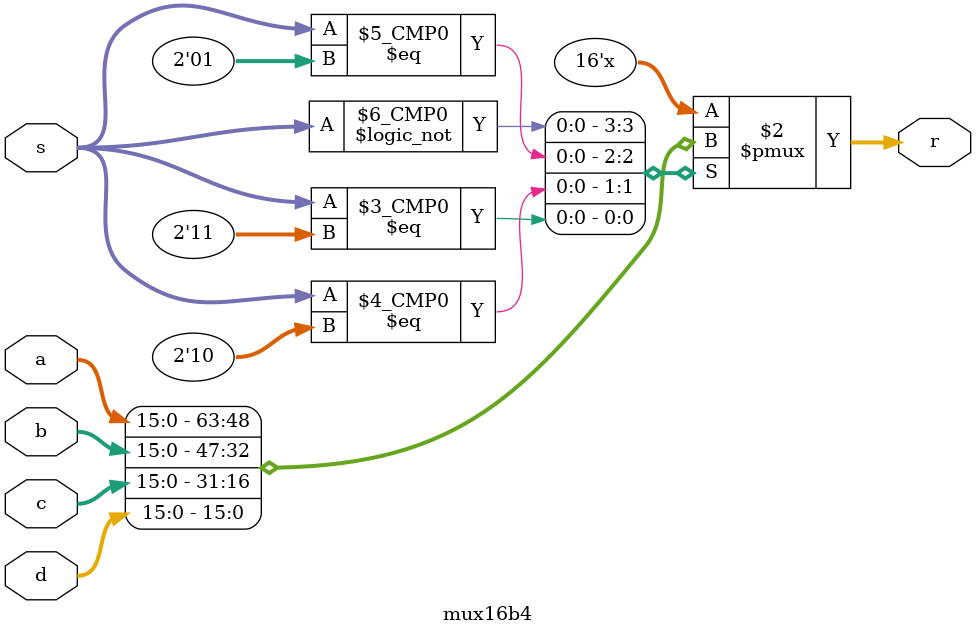
<source format=v>
`timescale 1ns / 1ps
module mux16b4(
    input [1:0] s,
    input [15:0] a,
    input [15:0] b,
    input [15:0] c,
    input [15:0] d,
    output reg [15:0] r
    );
			//assign r = regoutput;
			always @ (a or b or c or d or s)
			begin
			//may add more (nand/nor...)
				case(s)
					2'd00: 
						//1
						r = a;
					2'd01: 
						//b
						r = b;
					2'd02: 
						//c
						r = c;	
					2'd03:
						//d
						r = d;
				endcase
			end


endmodule

</source>
